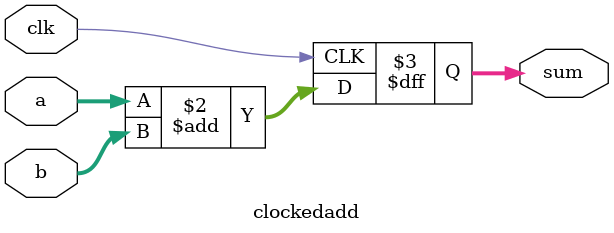
<source format=v>
`timescale 1ns / 1ps
`default_nettype none
module clockedadd(
    input wire signed [15:0] a,
    input wire signed [15:0] b,
    input wire clk,
    output reg signed [15:0] sum
    );


always@(posedge clk) begin
	sum <= a + b;
end

endmodule

</source>
